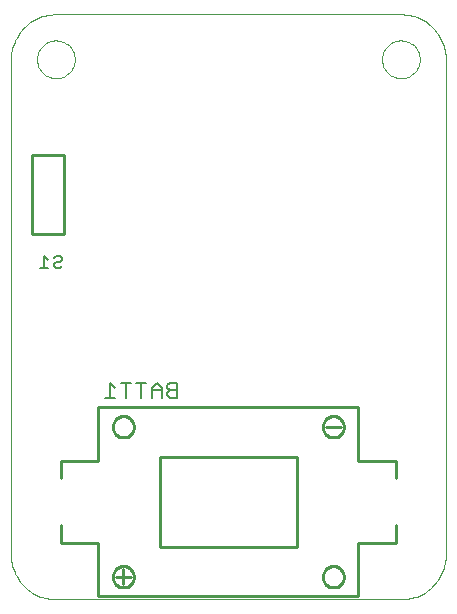
<source format=gbo>
G75*
G70*
%OFA0B0*%
%FSLAX24Y24*%
%IPPOS*%
%LPD*%
%AMOC8*
5,1,8,0,0,1.08239X$1,22.5*
%
%ADD10C,0.0000*%
%ADD11C,0.0100*%
%ADD12C,0.0080*%
%ADD13C,0.0070*%
D10*
X000656Y002155D02*
X000656Y018655D01*
X001526Y018655D02*
X001528Y018705D01*
X001534Y018755D01*
X001544Y018804D01*
X001558Y018852D01*
X001575Y018899D01*
X001596Y018944D01*
X001621Y018988D01*
X001649Y019029D01*
X001681Y019068D01*
X001715Y019105D01*
X001752Y019139D01*
X001792Y019169D01*
X001834Y019196D01*
X001878Y019220D01*
X001924Y019241D01*
X001971Y019257D01*
X002019Y019270D01*
X002069Y019279D01*
X002118Y019284D01*
X002169Y019285D01*
X002219Y019282D01*
X002268Y019275D01*
X002317Y019264D01*
X002365Y019249D01*
X002411Y019231D01*
X002456Y019209D01*
X002499Y019183D01*
X002540Y019154D01*
X002579Y019122D01*
X002615Y019087D01*
X002647Y019049D01*
X002677Y019009D01*
X002704Y018966D01*
X002727Y018922D01*
X002746Y018876D01*
X002762Y018828D01*
X002774Y018779D01*
X002782Y018730D01*
X002786Y018680D01*
X002786Y018630D01*
X002782Y018580D01*
X002774Y018531D01*
X002762Y018482D01*
X002746Y018434D01*
X002727Y018388D01*
X002704Y018344D01*
X002677Y018301D01*
X002647Y018261D01*
X002615Y018223D01*
X002579Y018188D01*
X002540Y018156D01*
X002499Y018127D01*
X002456Y018101D01*
X002411Y018079D01*
X002365Y018061D01*
X002317Y018046D01*
X002268Y018035D01*
X002219Y018028D01*
X002169Y018025D01*
X002118Y018026D01*
X002069Y018031D01*
X002019Y018040D01*
X001971Y018053D01*
X001924Y018069D01*
X001878Y018090D01*
X001834Y018114D01*
X001792Y018141D01*
X001752Y018171D01*
X001715Y018205D01*
X001681Y018242D01*
X001649Y018281D01*
X001621Y018322D01*
X001596Y018366D01*
X001575Y018411D01*
X001558Y018458D01*
X001544Y018506D01*
X001534Y018555D01*
X001528Y018605D01*
X001526Y018655D01*
X000656Y018655D02*
X000658Y018731D01*
X000664Y018807D01*
X000673Y018882D01*
X000687Y018957D01*
X000704Y019031D01*
X000725Y019104D01*
X000749Y019176D01*
X000778Y019247D01*
X000809Y019316D01*
X000844Y019383D01*
X000883Y019448D01*
X000925Y019512D01*
X000970Y019573D01*
X001018Y019632D01*
X001069Y019688D01*
X001123Y019742D01*
X001179Y019793D01*
X001238Y019841D01*
X001299Y019886D01*
X001363Y019928D01*
X001428Y019967D01*
X001495Y020002D01*
X001564Y020033D01*
X001635Y020062D01*
X001707Y020086D01*
X001780Y020107D01*
X001854Y020124D01*
X001929Y020138D01*
X002004Y020147D01*
X002080Y020153D01*
X002156Y020155D01*
X013656Y020155D01*
X013026Y018655D02*
X013028Y018705D01*
X013034Y018755D01*
X013044Y018804D01*
X013058Y018852D01*
X013075Y018899D01*
X013096Y018944D01*
X013121Y018988D01*
X013149Y019029D01*
X013181Y019068D01*
X013215Y019105D01*
X013252Y019139D01*
X013292Y019169D01*
X013334Y019196D01*
X013378Y019220D01*
X013424Y019241D01*
X013471Y019257D01*
X013519Y019270D01*
X013569Y019279D01*
X013618Y019284D01*
X013669Y019285D01*
X013719Y019282D01*
X013768Y019275D01*
X013817Y019264D01*
X013865Y019249D01*
X013911Y019231D01*
X013956Y019209D01*
X013999Y019183D01*
X014040Y019154D01*
X014079Y019122D01*
X014115Y019087D01*
X014147Y019049D01*
X014177Y019009D01*
X014204Y018966D01*
X014227Y018922D01*
X014246Y018876D01*
X014262Y018828D01*
X014274Y018779D01*
X014282Y018730D01*
X014286Y018680D01*
X014286Y018630D01*
X014282Y018580D01*
X014274Y018531D01*
X014262Y018482D01*
X014246Y018434D01*
X014227Y018388D01*
X014204Y018344D01*
X014177Y018301D01*
X014147Y018261D01*
X014115Y018223D01*
X014079Y018188D01*
X014040Y018156D01*
X013999Y018127D01*
X013956Y018101D01*
X013911Y018079D01*
X013865Y018061D01*
X013817Y018046D01*
X013768Y018035D01*
X013719Y018028D01*
X013669Y018025D01*
X013618Y018026D01*
X013569Y018031D01*
X013519Y018040D01*
X013471Y018053D01*
X013424Y018069D01*
X013378Y018090D01*
X013334Y018114D01*
X013292Y018141D01*
X013252Y018171D01*
X013215Y018205D01*
X013181Y018242D01*
X013149Y018281D01*
X013121Y018322D01*
X013096Y018366D01*
X013075Y018411D01*
X013058Y018458D01*
X013044Y018506D01*
X013034Y018555D01*
X013028Y018605D01*
X013026Y018655D01*
X013656Y020155D02*
X013732Y020153D01*
X013808Y020147D01*
X013883Y020138D01*
X013958Y020124D01*
X014032Y020107D01*
X014105Y020086D01*
X014177Y020062D01*
X014248Y020033D01*
X014317Y020002D01*
X014384Y019967D01*
X014449Y019928D01*
X014513Y019886D01*
X014574Y019841D01*
X014633Y019793D01*
X014689Y019742D01*
X014743Y019688D01*
X014794Y019632D01*
X014842Y019573D01*
X014887Y019512D01*
X014929Y019448D01*
X014968Y019383D01*
X015003Y019316D01*
X015034Y019247D01*
X015063Y019176D01*
X015087Y019104D01*
X015108Y019031D01*
X015125Y018957D01*
X015139Y018882D01*
X015148Y018807D01*
X015154Y018731D01*
X015156Y018655D01*
X015156Y002155D01*
X015154Y002079D01*
X015148Y002003D01*
X015139Y001928D01*
X015125Y001853D01*
X015108Y001779D01*
X015087Y001706D01*
X015063Y001634D01*
X015034Y001563D01*
X015003Y001494D01*
X014968Y001427D01*
X014929Y001362D01*
X014887Y001298D01*
X014842Y001237D01*
X014794Y001178D01*
X014743Y001122D01*
X014689Y001068D01*
X014633Y001017D01*
X014574Y000969D01*
X014513Y000924D01*
X014449Y000882D01*
X014384Y000843D01*
X014317Y000808D01*
X014248Y000777D01*
X014177Y000748D01*
X014105Y000724D01*
X014032Y000703D01*
X013958Y000686D01*
X013883Y000672D01*
X013808Y000663D01*
X013732Y000657D01*
X013656Y000655D01*
X002156Y000655D01*
X002080Y000657D01*
X002004Y000663D01*
X001929Y000672D01*
X001854Y000686D01*
X001780Y000703D01*
X001707Y000724D01*
X001635Y000748D01*
X001564Y000777D01*
X001495Y000808D01*
X001428Y000843D01*
X001363Y000882D01*
X001299Y000924D01*
X001238Y000969D01*
X001179Y001017D01*
X001123Y001068D01*
X001069Y001122D01*
X001018Y001178D01*
X000970Y001237D01*
X000925Y001298D01*
X000883Y001362D01*
X000844Y001427D01*
X000809Y001494D01*
X000778Y001563D01*
X000749Y001634D01*
X000725Y001706D01*
X000704Y001779D01*
X000687Y001853D01*
X000673Y001928D01*
X000664Y002003D01*
X000658Y002079D01*
X000656Y002155D01*
D11*
X002315Y002527D02*
X003575Y002527D01*
X003575Y000756D01*
X012236Y000756D01*
X012236Y002527D01*
X013496Y002527D01*
X013496Y003118D01*
X013496Y004693D02*
X013496Y005283D01*
X012236Y005283D01*
X012236Y007055D01*
X003575Y007055D01*
X003575Y005283D01*
X002315Y005283D01*
X002315Y004693D01*
X002315Y003118D02*
X002315Y002527D01*
X004156Y001405D02*
X004656Y001405D01*
X004052Y001405D02*
X004054Y001442D01*
X004060Y001479D01*
X004069Y001514D01*
X004083Y001549D01*
X004099Y001582D01*
X004120Y001613D01*
X004143Y001642D01*
X004169Y001668D01*
X004198Y001691D01*
X004229Y001712D01*
X004262Y001728D01*
X004297Y001742D01*
X004332Y001751D01*
X004369Y001757D01*
X004406Y001759D01*
X004443Y001757D01*
X004480Y001751D01*
X004515Y001742D01*
X004550Y001728D01*
X004583Y001712D01*
X004614Y001691D01*
X004643Y001668D01*
X004669Y001642D01*
X004692Y001613D01*
X004713Y001582D01*
X004729Y001549D01*
X004743Y001514D01*
X004752Y001479D01*
X004758Y001442D01*
X004760Y001405D01*
X004758Y001368D01*
X004752Y001331D01*
X004743Y001296D01*
X004729Y001261D01*
X004713Y001228D01*
X004692Y001197D01*
X004669Y001168D01*
X004643Y001142D01*
X004614Y001119D01*
X004583Y001098D01*
X004550Y001082D01*
X004515Y001068D01*
X004480Y001059D01*
X004443Y001053D01*
X004406Y001051D01*
X004369Y001053D01*
X004332Y001059D01*
X004297Y001068D01*
X004262Y001082D01*
X004229Y001098D01*
X004198Y001119D01*
X004169Y001142D01*
X004143Y001168D01*
X004120Y001197D01*
X004099Y001228D01*
X004083Y001261D01*
X004069Y001296D01*
X004060Y001331D01*
X004054Y001368D01*
X004052Y001405D01*
X004406Y001155D02*
X004406Y001655D01*
X005622Y002409D02*
X010189Y002409D01*
X010189Y005401D01*
X005622Y005401D01*
X005622Y002409D01*
X004052Y006405D02*
X004054Y006442D01*
X004060Y006479D01*
X004069Y006514D01*
X004083Y006549D01*
X004099Y006582D01*
X004120Y006613D01*
X004143Y006642D01*
X004169Y006668D01*
X004198Y006691D01*
X004229Y006712D01*
X004262Y006728D01*
X004297Y006742D01*
X004332Y006751D01*
X004369Y006757D01*
X004406Y006759D01*
X004443Y006757D01*
X004480Y006751D01*
X004515Y006742D01*
X004550Y006728D01*
X004583Y006712D01*
X004614Y006691D01*
X004643Y006668D01*
X004669Y006642D01*
X004692Y006613D01*
X004713Y006582D01*
X004729Y006549D01*
X004743Y006514D01*
X004752Y006479D01*
X004758Y006442D01*
X004760Y006405D01*
X004758Y006368D01*
X004752Y006331D01*
X004743Y006296D01*
X004729Y006261D01*
X004713Y006228D01*
X004692Y006197D01*
X004669Y006168D01*
X004643Y006142D01*
X004614Y006119D01*
X004583Y006098D01*
X004550Y006082D01*
X004515Y006068D01*
X004480Y006059D01*
X004443Y006053D01*
X004406Y006051D01*
X004369Y006053D01*
X004332Y006059D01*
X004297Y006068D01*
X004262Y006082D01*
X004229Y006098D01*
X004198Y006119D01*
X004169Y006142D01*
X004143Y006168D01*
X004120Y006197D01*
X004099Y006228D01*
X004083Y006261D01*
X004069Y006296D01*
X004060Y006331D01*
X004054Y006368D01*
X004052Y006405D01*
X002437Y012836D02*
X001374Y012836D01*
X001374Y015474D01*
X002437Y015474D01*
X002437Y012836D01*
X011156Y006405D02*
X011656Y006405D01*
X011052Y006405D02*
X011054Y006442D01*
X011060Y006479D01*
X011069Y006514D01*
X011083Y006549D01*
X011099Y006582D01*
X011120Y006613D01*
X011143Y006642D01*
X011169Y006668D01*
X011198Y006691D01*
X011229Y006712D01*
X011262Y006728D01*
X011297Y006742D01*
X011332Y006751D01*
X011369Y006757D01*
X011406Y006759D01*
X011443Y006757D01*
X011480Y006751D01*
X011515Y006742D01*
X011550Y006728D01*
X011583Y006712D01*
X011614Y006691D01*
X011643Y006668D01*
X011669Y006642D01*
X011692Y006613D01*
X011713Y006582D01*
X011729Y006549D01*
X011743Y006514D01*
X011752Y006479D01*
X011758Y006442D01*
X011760Y006405D01*
X011758Y006368D01*
X011752Y006331D01*
X011743Y006296D01*
X011729Y006261D01*
X011713Y006228D01*
X011692Y006197D01*
X011669Y006168D01*
X011643Y006142D01*
X011614Y006119D01*
X011583Y006098D01*
X011550Y006082D01*
X011515Y006068D01*
X011480Y006059D01*
X011443Y006053D01*
X011406Y006051D01*
X011369Y006053D01*
X011332Y006059D01*
X011297Y006068D01*
X011262Y006082D01*
X011229Y006098D01*
X011198Y006119D01*
X011169Y006142D01*
X011143Y006168D01*
X011120Y006197D01*
X011099Y006228D01*
X011083Y006261D01*
X011069Y006296D01*
X011060Y006331D01*
X011054Y006368D01*
X011052Y006405D01*
X011052Y001405D02*
X011054Y001442D01*
X011060Y001479D01*
X011069Y001514D01*
X011083Y001549D01*
X011099Y001582D01*
X011120Y001613D01*
X011143Y001642D01*
X011169Y001668D01*
X011198Y001691D01*
X011229Y001712D01*
X011262Y001728D01*
X011297Y001742D01*
X011332Y001751D01*
X011369Y001757D01*
X011406Y001759D01*
X011443Y001757D01*
X011480Y001751D01*
X011515Y001742D01*
X011550Y001728D01*
X011583Y001712D01*
X011614Y001691D01*
X011643Y001668D01*
X011669Y001642D01*
X011692Y001613D01*
X011713Y001582D01*
X011729Y001549D01*
X011743Y001514D01*
X011752Y001479D01*
X011758Y001442D01*
X011760Y001405D01*
X011758Y001368D01*
X011752Y001331D01*
X011743Y001296D01*
X011729Y001261D01*
X011713Y001228D01*
X011692Y001197D01*
X011669Y001168D01*
X011643Y001142D01*
X011614Y001119D01*
X011583Y001098D01*
X011550Y001082D01*
X011515Y001068D01*
X011480Y001059D01*
X011443Y001053D01*
X011406Y001051D01*
X011369Y001053D01*
X011332Y001059D01*
X011297Y001068D01*
X011262Y001082D01*
X011229Y001098D01*
X011198Y001119D01*
X011169Y001142D01*
X011143Y001168D01*
X011120Y001197D01*
X011099Y001228D01*
X011083Y001261D01*
X011069Y001296D01*
X011060Y001331D01*
X011054Y001368D01*
X011052Y001405D01*
D12*
X002296Y011695D02*
X002366Y011765D01*
X002296Y011695D02*
X002155Y011695D01*
X002085Y011765D01*
X002085Y011835D01*
X002155Y011905D01*
X002296Y011905D01*
X002366Y011975D01*
X002366Y012045D01*
X002296Y012115D01*
X002155Y012115D01*
X002085Y012045D01*
X001905Y011975D02*
X001765Y012115D01*
X001765Y011695D01*
X001905Y011695D02*
X001625Y011695D01*
D13*
X003973Y007871D02*
X003973Y007380D01*
X004136Y007380D02*
X003809Y007380D01*
X004136Y007707D02*
X003973Y007871D01*
X004325Y007871D02*
X004652Y007871D01*
X004488Y007871D02*
X004488Y007380D01*
X004841Y007871D02*
X005168Y007871D01*
X005004Y007871D02*
X005004Y007380D01*
X005356Y007380D02*
X005356Y007707D01*
X005520Y007871D01*
X005683Y007707D01*
X005683Y007380D01*
X005872Y007462D02*
X005872Y007544D01*
X005954Y007625D01*
X006199Y007625D01*
X006199Y007380D02*
X005954Y007380D01*
X005872Y007462D01*
X005954Y007625D02*
X005872Y007707D01*
X005872Y007789D01*
X005954Y007871D01*
X006199Y007871D01*
X006199Y007380D01*
X005683Y007625D02*
X005356Y007625D01*
M02*

</source>
